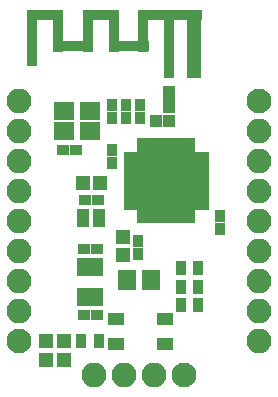
<source format=gts>
G04 #@! TF.FileFunction,Soldermask,Top*
%FSLAX46Y46*%
G04 Gerber Fmt 4.6, Leading zero omitted, Abs format (unit mm)*
G04 Created by KiCad (PCBNEW 4.0.7) date 09/26/18 10:41:12*
%MOMM*%
%LPD*%
G01*
G04 APERTURE LIST*
%ADD10C,0.100000*%
%ADD11C,2.100000*%
%ADD12O,2.100000X2.100000*%
%ADD13R,0.900000X1.300000*%
%ADD14R,2.300000X1.500000*%
%ADD15R,1.200000X1.150000*%
%ADD16R,1.000000X0.900000*%
%ADD17R,0.900000X1.000000*%
%ADD18R,1.150000X1.200000*%
%ADD19R,1.600000X0.950000*%
%ADD20R,0.999440X1.598880*%
%ADD21R,1.800000X1.600000*%
%ADD22R,0.900000X5.800000*%
%ADD23R,1.300000X5.800000*%
%ADD24R,5.400000X0.900000*%
%ADD25R,0.900000X3.540000*%
%ADD26R,3.400000X0.900000*%
%ADD27R,3.100000X0.900000*%
%ADD28R,0.900000X4.840000*%
%ADD29R,1.100000X1.200000*%
%ADD30R,1.100000X1.100000*%
%ADD31R,0.600000X1.200000*%
%ADD32R,1.200000X0.600000*%
%ADD33R,4.900000X4.900000*%
%ADD34C,0.900000*%
%ADD35R,1.450000X1.050000*%
G04 APERTURE END LIST*
D10*
D11*
X165974000Y-130188000D03*
D12*
X165974000Y-127648000D03*
X165974000Y-125108000D03*
X165974000Y-122568000D03*
X165974000Y-120028000D03*
X165974000Y-117488000D03*
X165974000Y-114948000D03*
X165974000Y-112408000D03*
X165974000Y-109868000D03*
D13*
X179650000Y-125600000D03*
X181150000Y-125600000D03*
D14*
X172000000Y-126450000D03*
X172000000Y-123950000D03*
D15*
X169750000Y-130200000D03*
X168250000Y-130200000D03*
X168250000Y-131800000D03*
X169750000Y-131800000D03*
D16*
X171450000Y-122400000D03*
X172550000Y-122400000D03*
X172550000Y-128000000D03*
X171450000Y-128000000D03*
D17*
X176022000Y-121751000D03*
X176022000Y-122851000D03*
D18*
X174752000Y-121424000D03*
X174752000Y-122924000D03*
D17*
X183019000Y-120692000D03*
X183019000Y-119592000D03*
D15*
X172850000Y-116840000D03*
X171350000Y-116840000D03*
D17*
X173875000Y-115104000D03*
X173875000Y-114004000D03*
X175050000Y-110250000D03*
X175050000Y-111350000D03*
X176250000Y-110250000D03*
X176250000Y-111350000D03*
D19*
X177134000Y-125500000D03*
X177134000Y-124600000D03*
X175134000Y-124600000D03*
X175134000Y-125500000D03*
D11*
X179944000Y-133098000D03*
D12*
X177404000Y-133098000D03*
X174864000Y-133098000D03*
X172324000Y-133098000D03*
D16*
X171535000Y-118237000D03*
X172635000Y-118237000D03*
D20*
X171383960Y-119761000D03*
X172786040Y-119761000D03*
D13*
X171250000Y-130200000D03*
X172750000Y-130200000D03*
X179650000Y-127200000D03*
X181150000Y-127200000D03*
X179650000Y-124000000D03*
X181150000Y-124000000D03*
D21*
X169783000Y-110748000D03*
X169783000Y-112448000D03*
X171983000Y-112448000D03*
X171983000Y-110748000D03*
D22*
X178701000Y-105049320D03*
D23*
X180801000Y-105049320D03*
D24*
X178751000Y-102599320D03*
D25*
X176501000Y-103919320D03*
D26*
X175251000Y-105239320D03*
D25*
X171801000Y-103919320D03*
D26*
X170551000Y-105239320D03*
D25*
X174002000Y-103919320D03*
D27*
X172901000Y-102599320D03*
D25*
X169302000Y-103919320D03*
D27*
X168201000Y-102599320D03*
D28*
X167101000Y-104569320D03*
D29*
X178701000Y-110332000D03*
X178701000Y-109232000D03*
D30*
X177601000Y-111598000D03*
X178701000Y-111598000D03*
D11*
X186294000Y-109868000D03*
D12*
X186294000Y-112408000D03*
X186294000Y-114948000D03*
X186294000Y-117488000D03*
X186294000Y-120028000D03*
X186294000Y-122568000D03*
X186294000Y-125108000D03*
X186294000Y-127648000D03*
X186294000Y-130188000D03*
D16*
X169733000Y-113998000D03*
X170833000Y-113998000D03*
D17*
X173850000Y-110250000D03*
X173850000Y-111350000D03*
D31*
X176233000Y-119648000D03*
X176633000Y-119648000D03*
X177033000Y-119648000D03*
X177433000Y-119648000D03*
X177833000Y-119648000D03*
X178233000Y-119648000D03*
X178633000Y-119648000D03*
X179033000Y-119648000D03*
X179433000Y-119648000D03*
X179833000Y-119648000D03*
X180233000Y-119648000D03*
X180633000Y-119648000D03*
D32*
X181433000Y-118848000D03*
X181433000Y-118448000D03*
X181433000Y-118048000D03*
X181433000Y-117648000D03*
X181433000Y-117248000D03*
X181433000Y-116848000D03*
X181433000Y-116448000D03*
X181433000Y-116048000D03*
X181433000Y-115648000D03*
X181433000Y-115248000D03*
X181433000Y-114848000D03*
X181433000Y-114448000D03*
D31*
X180633000Y-113648000D03*
X180233000Y-113648000D03*
X179833000Y-113648000D03*
X179433000Y-113648000D03*
X179033000Y-113648000D03*
X178633000Y-113648000D03*
X178233000Y-113648000D03*
X177833000Y-113648000D03*
X177433000Y-113648000D03*
X177033000Y-113648000D03*
X176633000Y-113648000D03*
X176233000Y-113648000D03*
D32*
X175433000Y-114448000D03*
X175433000Y-114848000D03*
X175433000Y-115248000D03*
X175433000Y-115648000D03*
X175433000Y-116048000D03*
X175433000Y-116448000D03*
X175433000Y-116848000D03*
X175433000Y-117248000D03*
X175433000Y-117648000D03*
X175433000Y-118048000D03*
X175433000Y-118448000D03*
X175433000Y-118848000D03*
D33*
X178433000Y-116648000D03*
D34*
X176833000Y-115048000D03*
X176833000Y-118248000D03*
X180033000Y-118248000D03*
X180033000Y-115048000D03*
X177833000Y-118248000D03*
X176833000Y-117248000D03*
X176833000Y-116048000D03*
X178833000Y-118248000D03*
X178833000Y-117248000D03*
X178833000Y-116048000D03*
X178833000Y-115048000D03*
X180033000Y-117248000D03*
X180033000Y-116048000D03*
X177833000Y-116048000D03*
X177833000Y-115048000D03*
X177833000Y-117248000D03*
D35*
X174191000Y-128325000D03*
X178341000Y-128325000D03*
X174191000Y-130475000D03*
X178341000Y-130475000D03*
M02*

</source>
